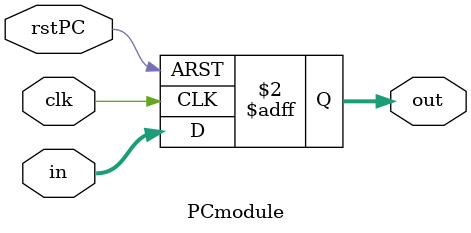
<source format=v>


module PCmodule(in, clk, rstPC, out);
  
  input [31:0] in;
  input clk, rstPC;
  output reg [31:0] out;
  
  // handle output and reset case
  always @ (posedge clk or posedge rstPC) begin
    if (rstPC)
      out <= 12288;
    else
      out <= in;
  end
  
endmodule

</source>
